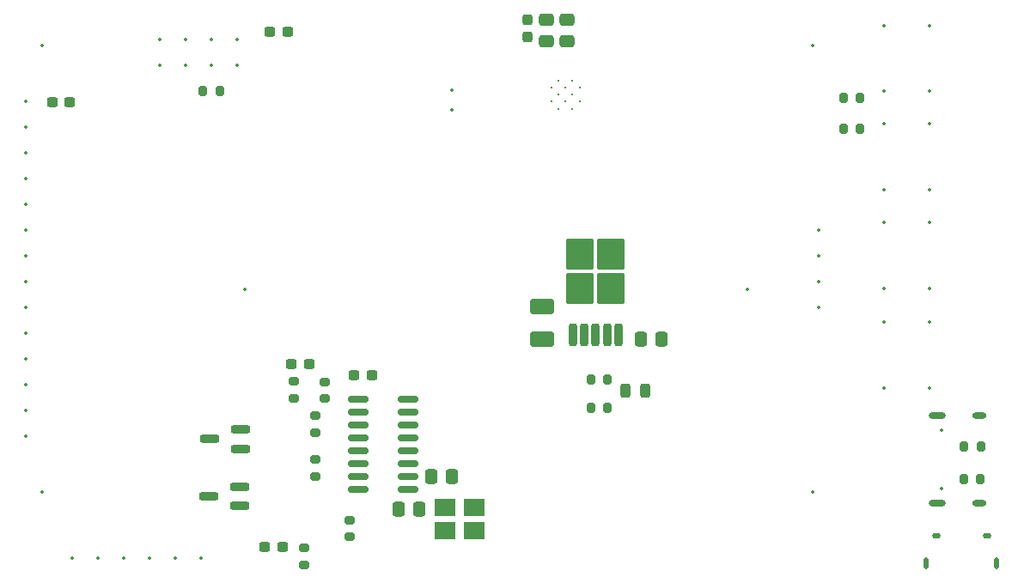
<source format=gbp>
%TF.GenerationSoftware,KiCad,Pcbnew,9.0.5*%
%TF.CreationDate,2025-11-26T19:59:54+01:00*%
%TF.ProjectId,stacja_pogody_modu__wew,73746163-6a61-45f7-906f-676f64795f6d,rev?*%
%TF.SameCoordinates,Original*%
%TF.FileFunction,Paste,Bot*%
%TF.FilePolarity,Positive*%
%FSLAX46Y46*%
G04 Gerber Fmt 4.6, Leading zero omitted, Abs format (unit mm)*
G04 Created by KiCad (PCBNEW 9.0.5) date 2025-11-26 19:59:54*
%MOMM*%
%LPD*%
G01*
G04 APERTURE LIST*
G04 Aperture macros list*
%AMRoundRect*
0 Rectangle with rounded corners*
0 $1 Rounding radius*
0 $2 $3 $4 $5 $6 $7 $8 $9 X,Y pos of 4 corners*
0 Add a 4 corners polygon primitive as box body*
4,1,4,$2,$3,$4,$5,$6,$7,$8,$9,$2,$3,0*
0 Add four circle primitives for the rounded corners*
1,1,$1+$1,$2,$3*
1,1,$1+$1,$4,$5*
1,1,$1+$1,$6,$7*
1,1,$1+$1,$8,$9*
0 Add four rect primitives between the rounded corners*
20,1,$1+$1,$2,$3,$4,$5,0*
20,1,$1+$1,$4,$5,$6,$7,0*
20,1,$1+$1,$6,$7,$8,$9,0*
20,1,$1+$1,$8,$9,$2,$3,0*%
G04 Aperture macros list end*
%ADD10RoundRect,0.200000X0.200000X0.275000X-0.200000X0.275000X-0.200000X-0.275000X0.200000X-0.275000X0*%
%ADD11RoundRect,0.200000X0.275000X-0.200000X0.275000X0.200000X-0.275000X0.200000X-0.275000X-0.200000X0*%
%ADD12RoundRect,0.200000X0.750000X0.200000X-0.750000X0.200000X-0.750000X-0.200000X0.750000X-0.200000X0*%
%ADD13RoundRect,0.250000X0.337500X0.475000X-0.337500X0.475000X-0.337500X-0.475000X0.337500X-0.475000X0*%
%ADD14RoundRect,0.250000X-0.475000X0.337500X-0.475000X-0.337500X0.475000X-0.337500X0.475000X0.337500X0*%
%ADD15RoundRect,0.237500X0.300000X0.237500X-0.300000X0.237500X-0.300000X-0.237500X0.300000X-0.237500X0*%
%ADD16RoundRect,0.237500X-0.300000X-0.237500X0.300000X-0.237500X0.300000X0.237500X-0.300000X0.237500X0*%
%ADD17RoundRect,0.200000X-0.200000X-0.275000X0.200000X-0.275000X0.200000X0.275000X-0.200000X0.275000X0*%
%ADD18RoundRect,0.237500X-0.237500X0.300000X-0.237500X-0.300000X0.237500X-0.300000X0.237500X0.300000X0*%
%ADD19RoundRect,0.200000X-0.275000X0.200000X-0.275000X-0.200000X0.275000X-0.200000X0.275000X0.200000X0*%
%ADD20RoundRect,0.250000X-0.337500X-0.475000X0.337500X-0.475000X0.337500X0.475000X-0.337500X0.475000X0*%
%ADD21RoundRect,0.250000X1.125000X-1.275000X1.125000X1.275000X-1.125000X1.275000X-1.125000X-1.275000X0*%
%ADD22RoundRect,0.200000X0.200000X-0.900000X0.200000X0.900000X-0.200000X0.900000X-0.200000X-0.900000X0*%
%ADD23RoundRect,0.250001X0.944999X-0.507499X0.944999X0.507499X-0.944999X0.507499X-0.944999X-0.507499X0*%
%ADD24RoundRect,0.243750X0.243750X0.456250X-0.243750X0.456250X-0.243750X-0.456250X0.243750X-0.456250X0*%
%ADD25R,2.100000X1.800000*%
%ADD26RoundRect,0.150000X0.825000X0.150000X-0.825000X0.150000X-0.825000X-0.150000X0.825000X-0.150000X0*%
%ADD27C,0.350000*%
%ADD28C,0.200000*%
%ADD29O,1.700000X0.600000*%
%ADD30O,1.400000X0.600000*%
%ADD31O,0.500000X1.150000*%
%ADD32O,0.850000X0.550000*%
G04 APERTURE END LIST*
D10*
%TO.C,R5*%
X197455000Y-105670000D03*
X195805000Y-105670000D03*
%TD*%
%TO.C,R2*%
X185625000Y-71140000D03*
X183975000Y-71140000D03*
%TD*%
D11*
%TO.C,R9*%
X131940000Y-101095000D03*
X131940000Y-99445000D03*
%TD*%
%TO.C,R8*%
X131910000Y-105405000D03*
X131910000Y-103755000D03*
%TD*%
D12*
%TO.C,Q1*%
X124430000Y-106440000D03*
X124430000Y-108340000D03*
X121430000Y-107390000D03*
%TD*%
D10*
%TO.C,R18*%
X122495000Y-67390000D03*
X120845000Y-67390000D03*
%TD*%
D13*
%TO.C,C9*%
X142197500Y-108690000D03*
X140122500Y-108690000D03*
%TD*%
D14*
%TO.C,C5*%
X156700000Y-60402500D03*
X156700000Y-62477500D03*
%TD*%
D15*
%TO.C,C13*%
X131302500Y-94310000D03*
X129577500Y-94310000D03*
%TD*%
%TO.C,C7*%
X107712500Y-68510000D03*
X105987500Y-68510000D03*
%TD*%
D16*
%TO.C,C11*%
X135747500Y-95410000D03*
X137472500Y-95410000D03*
%TD*%
D15*
%TO.C,C6*%
X129175000Y-61560000D03*
X127450000Y-61560000D03*
%TD*%
D17*
%TO.C,R7*%
X159065000Y-95860000D03*
X160715000Y-95860000D03*
%TD*%
D18*
%TO.C,C2*%
X152840000Y-60357500D03*
X152840000Y-62082500D03*
%TD*%
D19*
%TO.C,R12*%
X129830000Y-96050000D03*
X129830000Y-97700000D03*
%TD*%
D11*
%TO.C,R10*%
X132820000Y-97765000D03*
X132820000Y-96115000D03*
%TD*%
%TO.C,R11*%
X135340000Y-111375000D03*
X135340000Y-109725000D03*
%TD*%
D12*
%TO.C,Q2*%
X124520000Y-100790000D03*
X124520000Y-102690000D03*
X121520000Y-101740000D03*
%TD*%
D10*
%TO.C,R4*%
X185635000Y-68070000D03*
X183985000Y-68070000D03*
%TD*%
D13*
%TO.C,C10*%
X166057500Y-91870000D03*
X163982500Y-91870000D03*
%TD*%
D17*
%TO.C,R15*%
X159085000Y-98640000D03*
X160735000Y-98640000D03*
%TD*%
D20*
%TO.C,C8*%
X143342500Y-105420000D03*
X145417500Y-105420000D03*
%TD*%
D21*
%TO.C,U7*%
X158030000Y-86880000D03*
X161080000Y-86880000D03*
X158030000Y-83530000D03*
X161080000Y-83530000D03*
D22*
X161835000Y-91505000D03*
X160695000Y-91505000D03*
X159555000Y-91505000D03*
X158415000Y-91505000D03*
X157275000Y-91505000D03*
%TD*%
D10*
%TO.C,R6*%
X197500000Y-102480000D03*
X195850000Y-102480000D03*
%TD*%
D19*
%TO.C,R14*%
X130800000Y-112495000D03*
X130800000Y-114145000D03*
%TD*%
D23*
%TO.C,C12*%
X154270000Y-91885000D03*
X154270000Y-88630000D03*
%TD*%
D24*
%TO.C,D2*%
X164387500Y-96930000D03*
X162512500Y-96930000D03*
%TD*%
D14*
%TO.C,C4*%
X154670000Y-60402500D03*
X154670000Y-62477500D03*
%TD*%
D25*
%TO.C,Y1*%
X144680000Y-108470000D03*
X147580000Y-108470000D03*
X147580000Y-110770000D03*
X144680000Y-110770000D03*
%TD*%
D26*
%TO.C,U6*%
X141090000Y-97830000D03*
X141090000Y-99100000D03*
X141090000Y-100370000D03*
X141090000Y-101640000D03*
X141090000Y-102910000D03*
X141090000Y-104180000D03*
X141090000Y-105450000D03*
X141090000Y-106720000D03*
X136140000Y-106720000D03*
X136140000Y-105450000D03*
X136140000Y-104180000D03*
X136140000Y-102910000D03*
X136140000Y-101640000D03*
X136140000Y-100370000D03*
X136140000Y-99100000D03*
X136140000Y-97830000D03*
%TD*%
D15*
%TO.C,C14*%
X128662500Y-112420000D03*
X126937500Y-112420000D03*
%TD*%
D27*
X174500000Y-87000000D03*
X180918400Y-106995026D03*
X180918044Y-62894849D03*
X105024743Y-62907515D03*
X105018400Y-106995026D03*
X103419672Y-68399569D03*
X103419672Y-70939569D03*
X103419672Y-73479569D03*
X103419672Y-76019569D03*
X103419672Y-78559569D03*
X103419672Y-81099569D03*
X103419672Y-83639569D03*
X103419672Y-86179569D03*
X103419672Y-88719569D03*
X103419672Y-91259569D03*
X103419672Y-93799569D03*
X103419672Y-96339569D03*
X103419672Y-98879569D03*
X103419672Y-101419569D03*
X181518044Y-81099849D03*
X181518044Y-83639849D03*
X181518044Y-86179849D03*
X181518044Y-88719849D03*
X120620000Y-113440000D03*
X118080000Y-113440000D03*
X115540000Y-113440000D03*
X113000000Y-113440000D03*
X110460000Y-113440000D03*
X107920000Y-113440000D03*
X192440000Y-90190000D03*
X192440000Y-96690000D03*
X187940000Y-90190000D03*
X187940000Y-96690000D03*
X145360000Y-67370000D03*
X145360000Y-69270000D03*
X192480000Y-80370000D03*
X192480000Y-86870000D03*
X187980000Y-80370000D03*
X187980000Y-86870000D03*
X187990000Y-67460000D03*
X187990000Y-60960000D03*
X192490000Y-67460000D03*
X192490000Y-60960000D03*
X125000000Y-87000000D03*
D28*
X155160000Y-67070000D03*
X155160000Y-68470000D03*
X155860000Y-66370000D03*
X155860000Y-67770000D03*
X155860000Y-69170000D03*
X156560000Y-67070000D03*
X156560000Y-68470000D03*
X157260000Y-66370000D03*
X157260000Y-67770000D03*
X157260000Y-69170000D03*
X157960000Y-67070000D03*
X157960000Y-68470000D03*
D27*
X193675000Y-106650000D03*
X193675000Y-100870000D03*
D29*
X193175000Y-108080000D03*
D30*
X197355000Y-108080000D03*
D29*
X193175000Y-99440000D03*
D30*
X197355000Y-99440000D03*
D31*
X192090000Y-113990000D03*
D32*
X193090000Y-111290000D03*
X198090000Y-111290000D03*
D31*
X199090000Y-113990000D03*
D27*
X187990000Y-77180000D03*
X187990000Y-70680000D03*
X192490000Y-77180000D03*
X192490000Y-70680000D03*
X124170000Y-64840000D03*
X124170000Y-62300000D03*
X121630000Y-64840000D03*
X121630000Y-62300000D03*
X119090000Y-64840000D03*
X119090000Y-62300000D03*
X116550000Y-64840000D03*
X116550000Y-62300000D03*
M02*

</source>
